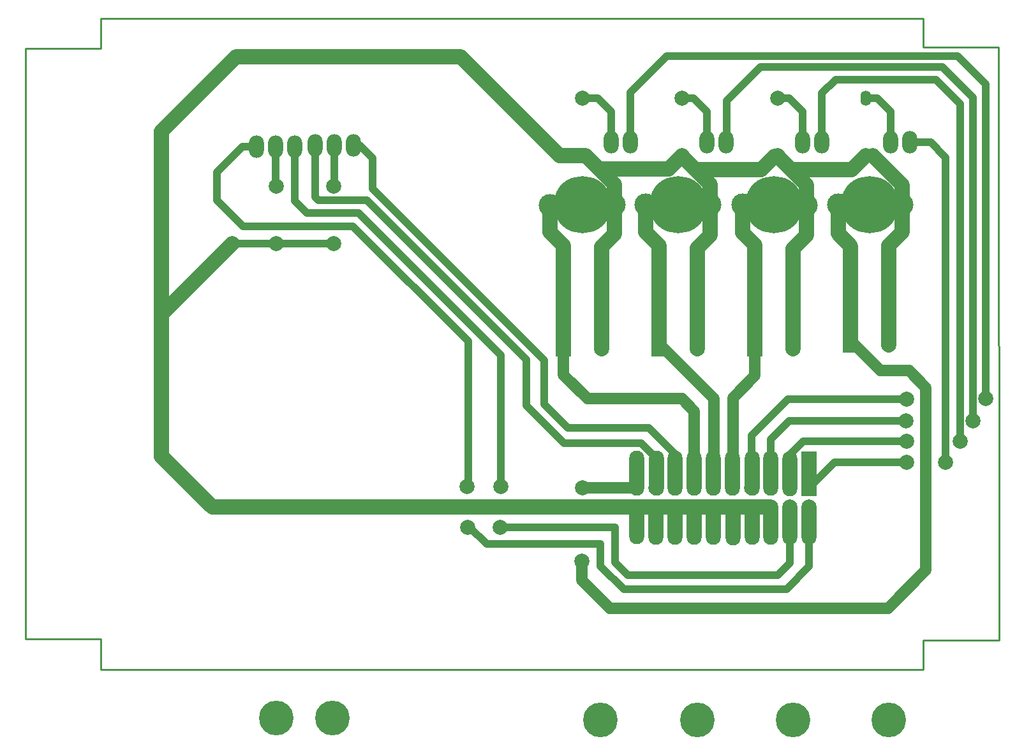
<source format=gbl>
%FSLAX23Y23*%
%MOMM*%
%SFA1B1*%

%IPPOS*%
%ADD10C,7.599985*%
%ADD11C,0.999998*%
%ADD12C,1.999996*%
%ADD13C,1.499997*%
%ADD14O,1.999996X5.999988*%
%ADD15R,1.999996X5.999988*%
%ADD16C,1.999996*%
%ADD17C,2.999994*%
%ADD18R,1.999996X1.999996*%
%ADD19C,1.849996*%
%ADD20R,1.849996X1.849996*%
%ADD21O,1.999996X2.999994*%
%ADD22O,1.399997X1.999996*%
%ADD23C,4.599991*%
%ADD24C,0.250000*%
%LNtop-1*%
%LPD*%
G54D10*
X107089Y94179D03*
X119789D03*
X132489D03*
X145189D03*
G54D11*
X134589Y46579D02*
Y52019D01*
X96189Y51309D02*
X111399D01*
X111429Y51329*
Y46629D02*
Y51329D01*
Y46629D02*
X113109Y44959D01*
X132969*
X134589Y46579*
X137159Y46149D02*
Y51989D01*
X109499Y46179D02*
Y49069D01*
Y46179D02*
X112549Y43129D01*
X94359Y49099D02*
X109469D01*
X92129Y51329D02*
X94359Y49099D01*
X109469D02*
X109499Y49069D01*
X112549Y43129D02*
X134139D01*
X137159Y46149*
X74069Y96599D02*
X74119Y96649D01*
Y102009*
X66339Y96699D02*
X66449Y96599D01*
X66339Y96699D02*
Y101879D01*
Y96699D02*
Y101879D01*
Y96699D02*
X66449Y96599D01*
X66339Y96699D02*
Y101879D01*
Y96699D02*
Y101879D01*
Y96699D02*
Y101879D01*
Y96699D02*
Y101879D01*
Y96699D02*
X66449Y96599D01*
X66339Y96699D02*
X66449Y96599D01*
X66339Y96699D02*
X66449Y96599D01*
X66339Y96699D02*
X66449Y96599D01*
X74119Y96649D02*
Y102009D01*
X74069Y96599D02*
X74119Y96649D01*
Y102009*
Y96649D02*
Y102009D01*
Y96649D02*
Y102009D01*
Y96649D02*
Y102009D01*
X74069Y96599D02*
X74119Y96649D01*
X74069Y96599D02*
X74119Y96649D01*
X74069Y96599D02*
X74119Y96649D01*
X74069Y96599D02*
X74119Y96649D01*
X109589Y75009D02*
X109629Y75049D01*
X122289Y75009D02*
X122329Y75049D01*
X134989Y75009D02*
X135029Y75049D01*
X109589Y75009D02*
X109629Y75049D01*
X109589Y75009D02*
X109629Y75049D01*
X109589Y75009D02*
X109629Y75049D01*
X122289Y75009D02*
X122329Y75049D01*
X147689Y75509D02*
X147729Y75549D01*
X146199Y108279D02*
X147979Y106499D01*
Y102439D02*
Y106499D01*
X144679Y108279D02*
X146199D01*
X134489D02*
X136299Y106479D01*
Y102439D02*
Y106479D01*
X132989Y108279D02*
X134489D01*
X121839D02*
X123599Y106529D01*
Y102439D02*
Y106529D01*
X120289Y108279D02*
X121839D01*
X109139D02*
X110899Y106529D01*
Y102439D02*
Y106529D01*
X107089Y108279D02*
X109139D01*
X113439Y109069D02*
X118259Y113889D01*
X156849*
X160579Y110159*
X126239Y102539D02*
Y107919D01*
X130729Y112419*
X154839*
X158899Y108359*
X126139Y102439D02*
X126239Y102539D01*
X138839Y108939D02*
X140669Y110769D01*
X153999*
X157199Y107569*
X129949Y75049D02*
X129989Y75009D01*
X117249Y75049D02*
X117289Y75009D01*
X104549Y75049D02*
X104589Y75009D01*
X132079Y63039D02*
X134519Y65479D01*
X150009*
X132079Y58499D02*
Y63039D01*
X132989Y100609D02*
Y100659D01*
X120289Y100579D02*
Y100659D01*
X153289Y102439D02*
X155269Y100459D01*
X122329Y81099D02*
X122339Y81089D01*
X133049Y100609D02*
X134859Y98789D01*
X132589Y100609D02*
X133049D01*
X120289Y100579D02*
X122049Y98829D01*
X120289Y100579D02*
Y100659D01*
X144679D02*
X145589D01*
X60579Y88979D02*
X74069D01*
X58599Y98479D02*
X61999Y101879D01*
X58599Y94789D02*
Y98479D01*
Y94789D02*
X62079Y91309D01*
X76579*
X91899Y56849D02*
Y75999D01*
X76579Y91309D02*
X91899Y75999D01*
X61999Y101879D02*
X63799D01*
X68879Y94669D02*
X70509Y93039D01*
X77369*
X96269Y56739D02*
Y74139D01*
X68879Y94669D02*
Y101879D01*
X77369Y93039D02*
X96269Y74139D01*
X71579Y95149D02*
X72009Y94719D01*
X78459*
X99619Y73559*
Y67459D02*
Y73559D01*
Y67459D02*
X104599Y62479D01*
X114909*
X116839Y60549*
X71579Y95149D02*
Y102009D01*
X116839Y56539D02*
Y60549D01*
X115899Y64519D02*
X119379Y61039D01*
X105129Y64519D02*
X115899D01*
X102009Y67639D02*
X105129Y64519D01*
X102009Y67639D02*
Y73459D01*
X79199Y96269D02*
X102009Y73459D01*
X79199Y96269D02*
Y100379D01*
X77569Y102009D02*
X79199Y100379D01*
X76659Y102009D02*
X77569D01*
X119379Y56539D02*
Y61039D01*
X91849Y51329D02*
X92129D01*
X142649Y75549D02*
X142689Y75509D01*
X134389Y68329D02*
X150109D01*
X129539Y57629D02*
Y63469D01*
X134389Y68329*
X113439Y102439D02*
Y109069D01*
X160579Y68429D02*
Y110159D01*
X158899Y65479D02*
Y108359D01*
X157199Y62789D02*
X157249Y62739D01*
X138839Y102439D02*
Y108939D01*
X157199Y62789D02*
Y107569D01*
X134619Y60989D02*
X136369Y62739D01*
X150109*
X134619Y56539D02*
Y60989D01*
X107059Y56569D02*
X107089Y56539D01*
X150519Y102439D02*
X153289D01*
X155269Y59969D02*
Y100459D01*
X140559Y59939D02*
X150109D01*
X137129Y56539D02*
X137159D01*
X140559Y59939*
G54D12*
X140999Y90319D02*
X142649Y88669D01*
X128299Y90449D02*
X129949Y88799D01*
X115469Y90499D02*
X117249Y88719D01*
X102769Y90549D02*
X104549Y88769D01*
X149499Y94179D02*
X149529Y90499D01*
X147729Y88699D02*
X149529Y90499D01*
X147729Y75549D02*
Y88699D01*
X128299Y90449D02*
Y94179D01*
X129949Y75049D02*
Y88799D01*
X115469Y90499D02*
Y94179D01*
X117249Y75049D02*
Y88719D01*
X102769Y90549D02*
Y94059D01*
X104549Y75049D02*
Y88769D01*
X145589Y100659D02*
X149499Y96749D01*
Y94179D02*
Y96749D01*
X132989Y100609D02*
X136799Y96799D01*
X120289Y100579D02*
X123979Y96899D01*
Y94179D02*
Y96899D01*
X135029Y88339D02*
X136799Y90119D01*
Y94059*
Y96799*
X135029Y75049D02*
Y88339D01*
X122329Y88419D02*
X123979Y90069D01*
Y94179*
X122329Y75049D02*
Y88419D01*
X109629Y88599D02*
X111279Y90249D01*
Y94179*
X109629Y75049D02*
Y88599D01*
X134859Y98789D02*
X142809D01*
X130809Y98829D02*
X132589Y100609D01*
X122049Y98829D02*
X130809D01*
X142809Y98789D02*
X144679Y100659D01*
X90929Y113769D02*
X104039Y100659D01*
X61089Y113769D02*
X90929D01*
X51229Y103909D02*
X61089Y113769D01*
X51229Y60729D02*
X57959Y53999D01*
X116839D02*
X121919D01*
X126999*
X118549Y98909D02*
X120289Y100659D01*
X109269Y98909D02*
X118549D01*
X111279Y94179D02*
Y96899D01*
X126999Y53999D02*
X132079D01*
X107519Y100659D02*
X111279Y96899D01*
X51229Y79629D02*
X60579Y88979D01*
X57959Y53999D02*
X116839D01*
X104039Y100659D02*
X107519D01*
X51229Y60729D02*
Y103909D01*
X140999Y90319D02*
Y94179D01*
X142649Y75549D02*
Y88669D01*
G54D13*
X127029Y68479D02*
X129989Y71439D01*
Y75009*
X127029Y57629D02*
Y68479D01*
X117909Y75009D02*
X124489Y68429D01*
Y57629D02*
Y68429D01*
X117289Y75009D02*
X117909D01*
X120289Y68379D02*
X121919Y66749D01*
X107799Y68379D02*
X120289D01*
X104589Y71589D02*
X107799Y68379D01*
X104589Y71589D02*
Y75009D01*
X121919Y57629D02*
Y66749D01*
X107009Y44269D02*
X110719Y40559D01*
X143229Y75509D02*
X146629Y72109D01*
X150439*
X152679Y69879*
Y45619D02*
Y69879D01*
X147619Y40559D02*
X152679Y45619D01*
X142689Y75509D02*
X143229D01*
X107009Y44269D02*
Y46859D01*
X110719Y40559D02*
X147619D01*
X107089Y56539D02*
X114299D01*
G54D14*
X114299Y52039D03*
X116869Y58519D03*
X129569Y52019D03*
X121869D03*
X129569Y58519D03*
X132079Y58499D03*
X134589Y58449D03*
X137159Y51989D03*
X134589Y52019D03*
X119379Y58549D03*
X114269D03*
X126999Y58519D03*
X124459D03*
X121869Y58549D03*
X132079Y52019D03*
X127029Y51919D03*
X124459Y51969D03*
X119379Y52019D03*
X116809D03*
G54D15*
X137159Y58389D03*
G54D16*
X142649Y81099D03*
X117249D03*
X104549D03*
X147729D03*
X135029D03*
X122329Y81079D03*
X109629Y81099D03*
X114299Y53999D03*
Y56539D03*
X116839Y53999D03*
Y56539D03*
X119379Y53999D03*
Y56539D03*
X121919Y53999D03*
Y56539D03*
X124459Y53999D03*
Y56539D03*
X126999Y53999D03*
Y56539D03*
X129539Y53999D03*
Y56539D03*
X132079Y53999D03*
Y56539D03*
X134619Y53999D03*
Y56539D03*
X137159Y53999D03*
X147689Y75509D03*
X134989Y75009D03*
X122289D03*
X109589D03*
X107089Y100659D03*
Y108279D03*
X120289Y100659D03*
Y108279D03*
X132989Y100659D03*
Y108279D03*
X144679Y100659D03*
X66449Y88979D03*
Y96599D03*
X74069Y88979D03*
Y96599D03*
X150109Y68329D03*
X160579Y68429D03*
X158899Y65479D03*
X150009D03*
X107009Y46859D03*
X107059Y56569D03*
X91799Y56739D03*
X91849Y51329D03*
X96269Y56739D03*
X96189Y51309D03*
X157249Y62739D03*
X150109D03*
X155299Y59939D03*
X150109D03*
G54D17*
X140999Y94179D03*
X128299D03*
X115469D03*
X102769Y94059D03*
X149499Y94179D03*
X136799Y94059D03*
X123979Y94179D03*
X111279D03*
G54D18*
X137159Y56539D03*
X142689Y75509D03*
X129989Y75009D03*
X117289D03*
X104589D03*
G54D19*
X104549Y81099D03*
X117249D03*
X129949D03*
X142649D03*
G54D20*
X109629Y81099D03*
X122329D03*
X135029D03*
X147729D03*
G54D21*
X110899Y102439D03*
X113439D03*
X123599D03*
X126139D03*
X136299D03*
X138839D03*
X66339Y101879D03*
X63799D03*
X66339D03*
X68879D03*
X74119Y102009D03*
X71579D03*
X74119D03*
X76659D03*
X150519Y102439D03*
X147979D03*
G54D22*
X144679Y108279D03*
G54D23*
X73939Y26009D03*
X66449D03*
X147729Y25779D03*
X135029D03*
X122329D03*
X109499D03*
G54D24*
X162309Y115059D02*
X162359Y36369D01*
X152269D02*
X162359D01*
X152269Y32459D02*
Y36369D01*
Y115059D02*
X162309D01*
X152269D02*
Y118869D01*
X43179D02*
X152269D01*
X43179Y114929D02*
Y118869D01*
X33149Y114929D02*
X43179D01*
X33149D02*
X33169Y36499D01*
X43179Y32459D02*
Y36499D01*
X33169D02*
X43179D01*
Y32459D02*
X152269D01*
M02*
</source>
